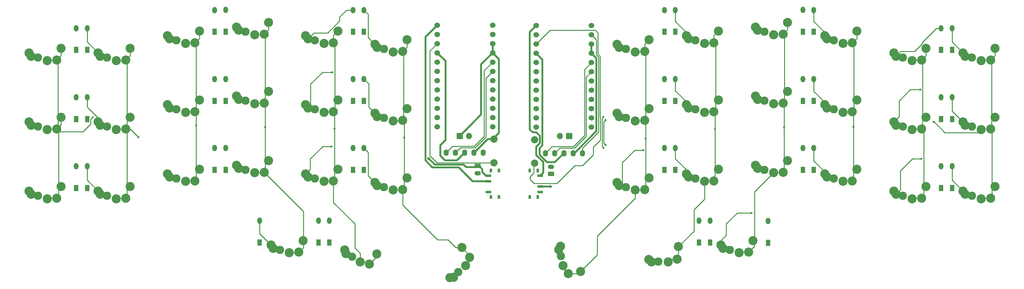
<source format=gtl>
G04 #@! TF.GenerationSoftware,KiCad,Pcbnew,(6.0.10)*
G04 #@! TF.CreationDate,2022-12-31T14:29:49-08:00*
G04 #@! TF.ProjectId,corne-ultralight,636f726e-652d-4756-9c74-72616c696768,2.0*
G04 #@! TF.SameCoordinates,Original*
G04 #@! TF.FileFunction,Copper,L1,Top*
G04 #@! TF.FilePolarity,Positive*
%FSLAX46Y46*%
G04 Gerber Fmt 4.6, Leading zero omitted, Abs format (unit mm)*
G04 Created by KiCad (PCBNEW (6.0.10)) date 2022-12-31 14:29:49*
%MOMM*%
%LPD*%
G01*
G04 APERTURE LIST*
G04 Aperture macros list*
%AMRoundRect*
0 Rectangle with rounded corners*
0 $1 Rounding radius*
0 $2 $3 $4 $5 $6 $7 $8 $9 X,Y pos of 4 corners*
0 Add a 4 corners polygon primitive as box body*
4,1,4,$2,$3,$4,$5,$6,$7,$8,$9,$2,$3,0*
0 Add four circle primitives for the rounded corners*
1,1,$1+$1,$2,$3*
1,1,$1+$1,$4,$5*
1,1,$1+$1,$6,$7*
1,1,$1+$1,$8,$9*
0 Add four rect primitives between the rounded corners*
20,1,$1+$1,$2,$3,$4,$5,0*
20,1,$1+$1,$4,$5,$6,$7,0*
20,1,$1+$1,$6,$7,$8,$9,0*
20,1,$1+$1,$8,$9,$2,$3,0*%
G04 Aperture macros list end*
G04 #@! TA.AperFunction,ComponentPad*
%ADD10C,2.000000*%
G04 #@! TD*
G04 #@! TA.AperFunction,ComponentPad*
%ADD11C,2.500000*%
G04 #@! TD*
G04 #@! TA.AperFunction,ComponentPad*
%ADD12C,2.286000*%
G04 #@! TD*
G04 #@! TA.AperFunction,ComponentPad*
%ADD13C,1.524000*%
G04 #@! TD*
G04 #@! TA.AperFunction,ComponentPad*
%ADD14O,1.397000X1.778000*%
G04 #@! TD*
G04 #@! TA.AperFunction,SMDPad,CuDef*
%ADD15R,0.800000X1.000000*%
G04 #@! TD*
G04 #@! TA.AperFunction,SMDPad,CuDef*
%ADD16R,1.500000X0.700000*%
G04 #@! TD*
G04 #@! TA.AperFunction,ComponentPad*
%ADD17RoundRect,0.250000X0.625000X-0.350000X0.625000X0.350000X-0.625000X0.350000X-0.625000X-0.350000X0*%
G04 #@! TD*
G04 #@! TA.AperFunction,ComponentPad*
%ADD18O,1.750000X1.200000*%
G04 #@! TD*
G04 #@! TA.AperFunction,ComponentPad*
%ADD19R,1.700000X1.700000*%
G04 #@! TD*
G04 #@! TA.AperFunction,ComponentPad*
%ADD20O,1.700000X1.700000*%
G04 #@! TD*
G04 #@! TA.AperFunction,ComponentPad*
%ADD21RoundRect,0.250000X-0.625000X0.350000X-0.625000X-0.350000X0.625000X-0.350000X0.625000X0.350000X0*%
G04 #@! TD*
G04 #@! TA.AperFunction,ComponentPad*
%ADD22R,1.300000X1.778000*%
G04 #@! TD*
G04 #@! TA.AperFunction,ComponentPad*
%ADD23O,1.300000X1.778000*%
G04 #@! TD*
G04 #@! TA.AperFunction,ViaPad*
%ADD24C,0.600000*%
G04 #@! TD*
G04 #@! TA.AperFunction,ViaPad*
%ADD25C,0.800000*%
G04 #@! TD*
G04 #@! TA.AperFunction,Conductor*
%ADD26C,0.250000*%
G04 #@! TD*
G04 #@! TA.AperFunction,Conductor*
%ADD27C,0.254000*%
G04 #@! TD*
G04 #@! TA.AperFunction,Conductor*
%ADD28C,0.508000*%
G04 #@! TD*
G04 #@! TA.AperFunction,Conductor*
%ADD29C,0.500000*%
G04 #@! TD*
G04 APERTURE END LIST*
D10*
X156012500Y-80067432D03*
X156012500Y-73567432D03*
D11*
X278684847Y-51820432D03*
X282494847Y-48460432D03*
X281284847Y-51670432D03*
D12*
X276144847Y-51000432D03*
D11*
X274284847Y-50620432D03*
X273684847Y-49720432D03*
X259684847Y-51820432D03*
X263494847Y-48460432D03*
X262284847Y-51670432D03*
X255284847Y-50620432D03*
X254684847Y-49720432D03*
D12*
X257144847Y-51000432D03*
D11*
X243284847Y-46920432D03*
X244494847Y-43710432D03*
X240684847Y-47070432D03*
X235684847Y-44970432D03*
D12*
X238144847Y-46250432D03*
D11*
X236284847Y-45870432D03*
X225494847Y-41335432D03*
X221684847Y-44695432D03*
X224284847Y-44545432D03*
D12*
X219144847Y-43875432D03*
D11*
X217284847Y-43495432D03*
X216684847Y-42595432D03*
X202684847Y-47070432D03*
X205284847Y-46920432D03*
X206494847Y-43710432D03*
D12*
X200144847Y-46250432D03*
D11*
X198284847Y-45870432D03*
X197684847Y-44970432D03*
X187494847Y-46085432D03*
X183684847Y-49445432D03*
X186284847Y-49295432D03*
D12*
X181144847Y-48625432D03*
D11*
X179284847Y-48245432D03*
X178684847Y-47345432D03*
X278684847Y-70820432D03*
X281284847Y-70670432D03*
X282494847Y-67460432D03*
X274284847Y-69620432D03*
X273684847Y-68720432D03*
D12*
X276144847Y-70000432D03*
D11*
X263494847Y-67460432D03*
X259684847Y-70820432D03*
X262284847Y-70670432D03*
X254684847Y-68720432D03*
X255284847Y-69620432D03*
D12*
X257144847Y-70000432D03*
D11*
X244494847Y-62710432D03*
X240684847Y-66070432D03*
X243284847Y-65920432D03*
X235684847Y-63970432D03*
D12*
X238144847Y-65250432D03*
D11*
X236284847Y-64870432D03*
X221684847Y-63695432D03*
X225494847Y-60335432D03*
X224284847Y-63545432D03*
D12*
X219144847Y-62875432D03*
D11*
X217284847Y-62495432D03*
X216684847Y-61595432D03*
X202684847Y-66070432D03*
X205284847Y-65920432D03*
X206494847Y-62710432D03*
X198284847Y-64870432D03*
X197684847Y-63970432D03*
D12*
X200144847Y-65250432D03*
D11*
X186284847Y-68295432D03*
X187494847Y-65085432D03*
X183684847Y-68445432D03*
D12*
X181144847Y-67625432D03*
D11*
X178684847Y-66345432D03*
X179284847Y-67245432D03*
X282494847Y-86460432D03*
X281284847Y-89670432D03*
X278684847Y-89820432D03*
D12*
X276144847Y-89000432D03*
D11*
X273684847Y-87720432D03*
X274284847Y-88620432D03*
X263494847Y-86460432D03*
X262284847Y-89670432D03*
X259684847Y-89820432D03*
D12*
X257144847Y-89000432D03*
D11*
X254684847Y-87720432D03*
X255284847Y-88620432D03*
X244494847Y-81710432D03*
X240684847Y-85070432D03*
X243284847Y-84920432D03*
X236284847Y-83870432D03*
X235684847Y-82970432D03*
D12*
X238144847Y-84250432D03*
D11*
X225494847Y-79335432D03*
X224284847Y-82545432D03*
X221684847Y-82695432D03*
X216684847Y-80595432D03*
D12*
X219144847Y-81875432D03*
D11*
X217284847Y-81495432D03*
X205284847Y-84920432D03*
X206494847Y-81710432D03*
X202684847Y-85070432D03*
X197684847Y-82970432D03*
X198284847Y-83870432D03*
D12*
X200144847Y-84250432D03*
D11*
X215994847Y-101335432D03*
X214784847Y-104545432D03*
X212184847Y-104695432D03*
X207184847Y-102595432D03*
D12*
X209644847Y-103875432D03*
D11*
X207784847Y-103495432D03*
X195522425Y-103012783D03*
X195184464Y-106426576D03*
X192711879Y-107244394D03*
X188151223Y-107224087D03*
D12*
X190046196Y-107109736D03*
D11*
X187338730Y-106510045D03*
X187494847Y-84085432D03*
X186284847Y-87295432D03*
X183684847Y-87445432D03*
D12*
X181144847Y-86625432D03*
D11*
X178684847Y-85345432D03*
X179284847Y-86245432D03*
D13*
X144503900Y-42082000D03*
X144503900Y-44622000D03*
X144503900Y-47162000D03*
X144503900Y-49702000D03*
X144503900Y-52242000D03*
X144503900Y-54782000D03*
X144503900Y-57322000D03*
X144503900Y-59862000D03*
X144503900Y-62402000D03*
X144503900Y-64942000D03*
X144503900Y-67482000D03*
X144503900Y-70022000D03*
X129283900Y-70022000D03*
X129283900Y-67482000D03*
X129283900Y-64942000D03*
X129283900Y-62402000D03*
X129283900Y-59862000D03*
X129283900Y-57322000D03*
X129283900Y-54782000D03*
X129283900Y-52242000D03*
X129283900Y-49702000D03*
X129283900Y-47162000D03*
X129283900Y-44622000D03*
X129283900Y-42082000D03*
X171674247Y-42208432D03*
X171674247Y-44748432D03*
X171674247Y-47288432D03*
X171674247Y-49828432D03*
X171674247Y-52368432D03*
X171674247Y-54908432D03*
X171674247Y-57448432D03*
X171674247Y-59988432D03*
X171674247Y-62528432D03*
X171674247Y-65068432D03*
X171674247Y-67608432D03*
X171674247Y-70148432D03*
X156454247Y-70148432D03*
X156454247Y-67608432D03*
X156454247Y-65068432D03*
X156454247Y-62528432D03*
X156454247Y-59988432D03*
X156454247Y-57448432D03*
X156454247Y-54908432D03*
X156454247Y-52368432D03*
X156454247Y-49828432D03*
X156454247Y-47288432D03*
X156454247Y-44748432D03*
X156454247Y-42208432D03*
D11*
X117187500Y-49445000D03*
X119787500Y-49295000D03*
X120997500Y-46085000D03*
D12*
X114647500Y-48625000D03*
D11*
X112187500Y-47345000D03*
X112787500Y-48245000D03*
X100787500Y-46920000D03*
X101997500Y-43710000D03*
X98187500Y-47070000D03*
X93187500Y-44970000D03*
X93787500Y-45870000D03*
D12*
X95647500Y-46250000D03*
D11*
X82997500Y-41335000D03*
X81787500Y-44545000D03*
X79187500Y-44695000D03*
X74187500Y-42595000D03*
D12*
X76647500Y-43875000D03*
D11*
X74787500Y-43495000D03*
X60187500Y-47070000D03*
X63997500Y-43710000D03*
X62787500Y-46920000D03*
X55787500Y-45870000D03*
D12*
X57647500Y-46250000D03*
D11*
X55187500Y-44970000D03*
X41187500Y-51820000D03*
X44997500Y-48460000D03*
X43787500Y-51670000D03*
X36787500Y-50620000D03*
X36187500Y-49720000D03*
D12*
X38647500Y-51000000D03*
D11*
X117187500Y-87445000D03*
X119787500Y-87295000D03*
X120997500Y-84085000D03*
D12*
X114647500Y-86625000D03*
D11*
X112187500Y-85345000D03*
X112787500Y-86245000D03*
X136042205Y-103265443D03*
X138217146Y-105918334D03*
X137047050Y-108245000D03*
D12*
X135066909Y-110034705D03*
D11*
X133807819Y-111455512D03*
X132728397Y-111525127D03*
X24787500Y-89670000D03*
X25997500Y-86460000D03*
X22187500Y-89820000D03*
X17787500Y-88620000D03*
D12*
X19647500Y-89000000D03*
D11*
X17187500Y-87720000D03*
X110710698Y-107772003D03*
X112710277Y-104984552D03*
X108160468Y-107243962D03*
X104220977Y-104946048D03*
X103874358Y-103921423D03*
D12*
X105919248Y-105794503D03*
D11*
X88687500Y-104695000D03*
X91287500Y-104545000D03*
X92497500Y-101335000D03*
D12*
X86147500Y-103875000D03*
D11*
X83687500Y-102595000D03*
X84287500Y-103495000D03*
X101997500Y-81710000D03*
X98187500Y-85070000D03*
X100787500Y-84920000D03*
X93787500Y-83870000D03*
D12*
X95647500Y-84250000D03*
D11*
X93187500Y-82970000D03*
X79187500Y-82695000D03*
X82997500Y-79335000D03*
X81787500Y-82545000D03*
X74187500Y-80595000D03*
D12*
X76647500Y-81875000D03*
D11*
X74787500Y-81495000D03*
X60187500Y-85070000D03*
X63997500Y-81710000D03*
X62787500Y-84920000D03*
X55787500Y-83870000D03*
X55187500Y-82970000D03*
D12*
X57647500Y-84250000D03*
D11*
X43787500Y-89670000D03*
X41187500Y-89820000D03*
X44997500Y-86460000D03*
X36787500Y-88620000D03*
D12*
X38647500Y-89000000D03*
D11*
X36187500Y-87720000D03*
X117187500Y-68445000D03*
X120997500Y-65085000D03*
X119787500Y-68295000D03*
X112187500Y-66345000D03*
X112787500Y-67245000D03*
D12*
X114647500Y-67625000D03*
D11*
X98187500Y-66070000D03*
X100787500Y-65920000D03*
X101997500Y-62710000D03*
X93187500Y-63970000D03*
D12*
X95647500Y-65250000D03*
D11*
X93787500Y-64870000D03*
X82997500Y-60335000D03*
X79187500Y-63695000D03*
X81787500Y-63545000D03*
X74187500Y-61595000D03*
X74787500Y-62495000D03*
D12*
X76647500Y-62875000D03*
D11*
X62787500Y-65920000D03*
X60187500Y-66070000D03*
X63997500Y-62710000D03*
X55787500Y-64870000D03*
D12*
X57647500Y-65250000D03*
D11*
X55187500Y-63970000D03*
X41187500Y-70820000D03*
X43787500Y-70670000D03*
X44997500Y-67460000D03*
X36187500Y-68720000D03*
X36787500Y-69620000D03*
D12*
X38647500Y-70000000D03*
D11*
X22187500Y-70820000D03*
X24787500Y-70670000D03*
X25997500Y-67460000D03*
X17787500Y-69620000D03*
X17187500Y-68720000D03*
D12*
X19647500Y-70000000D03*
D11*
X22187500Y-51820000D03*
X25997500Y-48460000D03*
X24787500Y-51670000D03*
D12*
X19647500Y-51000000D03*
D11*
X17787500Y-50620000D03*
X17187500Y-49720000D03*
X163825297Y-108245432D03*
X168640142Y-109864989D03*
X165255201Y-110422098D03*
X162664528Y-103834920D03*
X163143950Y-102865305D03*
D12*
X163265438Y-105635727D03*
D14*
X131758500Y-77168000D03*
X134298500Y-77168000D03*
X136838500Y-77168000D03*
X139378500Y-77168000D03*
X141918500Y-77168000D03*
D10*
X144862500Y-79921000D03*
X144862500Y-73421000D03*
D14*
X158987500Y-77310000D03*
X161527500Y-77310000D03*
X164067500Y-77310000D03*
X166607500Y-77310000D03*
X169147500Y-77310000D03*
D15*
X156912500Y-89395000D03*
X154702500Y-82095000D03*
X154702500Y-89395000D03*
X156912500Y-82095000D03*
D16*
X157562500Y-83495000D03*
X157562500Y-86495000D03*
X157562500Y-87995000D03*
D17*
X160537500Y-83045000D03*
D18*
X160537500Y-81045000D03*
D19*
X165512500Y-72595000D03*
D20*
X162972500Y-72595000D03*
D19*
X135472500Y-72595000D03*
D20*
X138012500Y-72595000D03*
D15*
X144007500Y-82095000D03*
X146217500Y-82095000D03*
X146217500Y-89395000D03*
X144007500Y-89395000D03*
D16*
X143357500Y-87995000D03*
X143357500Y-84995000D03*
X143357500Y-83495000D03*
D21*
X140387500Y-80845000D03*
D18*
X140387500Y-82845000D03*
D22*
X270684847Y-86920432D03*
D23*
X270684847Y-80920432D03*
D22*
X232684847Y-81920432D03*
D23*
X232684847Y-75920432D03*
D22*
X229684847Y-81915432D03*
D23*
X229684847Y-75915432D03*
D22*
X194684847Y-81920432D03*
D23*
X194684847Y-75920432D03*
D22*
X191684847Y-81920432D03*
D23*
X191684847Y-75920432D03*
D22*
X220184847Y-101930432D03*
D23*
X220184847Y-95930432D03*
D22*
X204194847Y-101915432D03*
D23*
X204194847Y-95915432D03*
D22*
X201194847Y-101915432D03*
D23*
X201194847Y-95915432D03*
D22*
X270684847Y-48920432D03*
D23*
X270684847Y-42920432D03*
D22*
X267684847Y-48920432D03*
D23*
X267684847Y-42920432D03*
D22*
X232684847Y-43920432D03*
D23*
X232684847Y-37920432D03*
D22*
X229684847Y-43915432D03*
D23*
X229684847Y-37915432D03*
D22*
X194684847Y-43920432D03*
D23*
X194684847Y-37920432D03*
D22*
X191684847Y-43920432D03*
D23*
X191684847Y-37920432D03*
D22*
X270684847Y-67920432D03*
D23*
X270684847Y-61920432D03*
D22*
X267684847Y-67920432D03*
D23*
X267684847Y-61920432D03*
D22*
X232684847Y-62920432D03*
D23*
X232684847Y-56920432D03*
D22*
X229684847Y-62915432D03*
D23*
X229684847Y-56915432D03*
D22*
X194684847Y-62920432D03*
D23*
X194684847Y-56920432D03*
D22*
X33187500Y-86920000D03*
D23*
X33187500Y-80920000D03*
D22*
X33187500Y-67920000D03*
D23*
X33187500Y-61920000D03*
D22*
X33187500Y-48920000D03*
D23*
X33187500Y-42920000D03*
D22*
X191684847Y-62920432D03*
D23*
X191684847Y-56920432D03*
D22*
X99687500Y-101905000D03*
D23*
X99687500Y-95905000D03*
D22*
X96687500Y-101905000D03*
D23*
X96687500Y-95905000D03*
D22*
X80507500Y-101910000D03*
D23*
X80507500Y-95910000D03*
D22*
X109187500Y-81920000D03*
D23*
X109187500Y-75920000D03*
D22*
X106187500Y-81920000D03*
D23*
X106187500Y-75920000D03*
D22*
X71187500Y-81915000D03*
D23*
X71187500Y-75915000D03*
D22*
X68187500Y-81920000D03*
D23*
X68187500Y-75920000D03*
D22*
X30187500Y-86916875D03*
D23*
X30187500Y-80916875D03*
D22*
X109187500Y-62920000D03*
D23*
X109187500Y-56920000D03*
D22*
X106187500Y-62920000D03*
D23*
X106187500Y-56920000D03*
D22*
X71187500Y-62915000D03*
D23*
X71187500Y-56915000D03*
D22*
X68187500Y-62920000D03*
D23*
X68187500Y-56920000D03*
D22*
X30187500Y-67916875D03*
D23*
X30187500Y-61916875D03*
D22*
X109187500Y-43920000D03*
D23*
X109187500Y-37920000D03*
D22*
X106187500Y-43920000D03*
D23*
X106187500Y-37920000D03*
D22*
X71187500Y-43915000D03*
D23*
X71187500Y-37915000D03*
D22*
X68187500Y-43920000D03*
D23*
X68187500Y-37920000D03*
D22*
X30187500Y-48916875D03*
D23*
X30187500Y-42916875D03*
D22*
X267684847Y-86920432D03*
D23*
X267684847Y-80920432D03*
D24*
X100538000Y-55090000D03*
X100262500Y-75495000D03*
X34697500Y-67410000D03*
X47222500Y-72945000D03*
X63112500Y-69658478D03*
X82062500Y-70112489D03*
X101112500Y-70566500D03*
X120262500Y-73008042D03*
D25*
X126912500Y-78745000D03*
D24*
X261938000Y-59840432D03*
X175514847Y-68200433D03*
X175514847Y-75010432D03*
X262224847Y-78840432D03*
X185934868Y-76465432D03*
X215582932Y-93715432D03*
X174964847Y-67370432D03*
X174894847Y-75770432D03*
X265644847Y-68717442D03*
X243559368Y-70045000D03*
X224562500Y-70195000D03*
X205612500Y-70627954D03*
X186562500Y-73227080D03*
D25*
X160387500Y-86445000D03*
D26*
X33187500Y-46720000D02*
X33187500Y-42920000D01*
X36187500Y-49720000D02*
X33187500Y-46720000D01*
X102462500Y-40960188D02*
X102462500Y-39845000D01*
X99227688Y-44195000D02*
X102462500Y-40960188D01*
X102462500Y-39845000D02*
X104387500Y-37920000D01*
X95462500Y-44195000D02*
X99227688Y-44195000D01*
X93787500Y-45870000D02*
X95462500Y-44195000D01*
X93360500Y-45070000D02*
X94524500Y-46234000D01*
X104387500Y-37920000D02*
X106187500Y-37920000D01*
X93087500Y-45070000D02*
X93360500Y-45070000D01*
X110362500Y-45520000D02*
X110362500Y-39095000D01*
X112187500Y-47345000D02*
X110362500Y-45520000D01*
X110362500Y-39095000D02*
X109187500Y-37920000D01*
X33187500Y-64620000D02*
X33187500Y-61920000D01*
X36187500Y-67620000D02*
X33187500Y-64620000D01*
X36187500Y-68720000D02*
X36187500Y-67620000D01*
D27*
X94534500Y-58317000D02*
X94534500Y-65274000D01*
D26*
X93330500Y-64070000D02*
X94534500Y-65274000D01*
X93087500Y-64070000D02*
X93330500Y-64070000D01*
D27*
X97761500Y-55090000D02*
X100538000Y-55090000D01*
X94534500Y-58317000D02*
X97761500Y-55090000D01*
D26*
X110462079Y-64619579D02*
X110462079Y-58194579D01*
X112187500Y-66345000D02*
X110462079Y-64619579D01*
X110462079Y-58194579D02*
X109187500Y-56920000D01*
X33187500Y-84720000D02*
X33187500Y-80920000D01*
X36187500Y-87720000D02*
X33187500Y-84720000D01*
X97847312Y-75445000D02*
X100212500Y-75445000D01*
X94437499Y-78854813D02*
X97847312Y-75445000D01*
X93187500Y-82970000D02*
X94437499Y-81720001D01*
X94437499Y-81720001D02*
X94437499Y-78854813D01*
X100212500Y-75445000D02*
X100262500Y-75495000D01*
X112187500Y-85345000D02*
X110362500Y-83520000D01*
X110362500Y-77095000D02*
X109187500Y-75920000D01*
X113524500Y-86882000D02*
X112087500Y-85445000D01*
X110362500Y-83520000D02*
X110362500Y-77095000D01*
X83687500Y-102595000D02*
X80507500Y-99415000D01*
X80507500Y-99415000D02*
X80507500Y-95910000D01*
D28*
X138522500Y-69545000D02*
X138522500Y-69535000D01*
D29*
X143211500Y-73421000D02*
X144504500Y-73421000D01*
X139378500Y-77168000D02*
X139464500Y-77168000D01*
D28*
X146214500Y-51412600D02*
X144503900Y-49702000D01*
X141362500Y-52843400D02*
X141362500Y-66695000D01*
D29*
X139464500Y-77168000D02*
X143211500Y-73421000D01*
D28*
X138522500Y-69535000D02*
X141362500Y-66695000D01*
X138522500Y-69545000D02*
X135472500Y-72595000D01*
X144503900Y-49702000D02*
X141362500Y-52843400D01*
X144504500Y-73421000D02*
X146214500Y-71711000D01*
X144503900Y-47162000D02*
X144503900Y-49702000D01*
X146214500Y-71711000D02*
X146214500Y-51412600D01*
X134711500Y-79295000D02*
X136838500Y-77168000D01*
X130548501Y-50918001D02*
X131584500Y-51954000D01*
X131584500Y-72598000D02*
X131584500Y-72648000D01*
X130162500Y-75114000D02*
X131584500Y-73692000D01*
X133862500Y-79295000D02*
X131437500Y-79295000D01*
X131584500Y-51954000D02*
X131584500Y-72598000D01*
X131584500Y-73373000D02*
X131584500Y-73692000D01*
X130162500Y-78020000D02*
X130162500Y-75114000D01*
X131437500Y-79295000D02*
X130162500Y-78020000D01*
X132125500Y-79295000D02*
X133862500Y-79295000D01*
X133862500Y-79295000D02*
X134462500Y-79295000D01*
X131584500Y-72648000D02*
X131584500Y-72923000D01*
X134462500Y-79295000D02*
X134711500Y-79295000D01*
X129283900Y-49702000D02*
X130499901Y-50918001D01*
X131584500Y-72923000D02*
X131584500Y-73373000D01*
X130499901Y-50918001D02*
X130548501Y-50918001D01*
D26*
X25312500Y-89145000D02*
X25312500Y-71195000D01*
X24787500Y-70670000D02*
X25514254Y-71396754D01*
X25162500Y-70295000D02*
X25162500Y-52045000D01*
X25312500Y-71195000D02*
X24787500Y-70670000D01*
X22337500Y-70670000D02*
X22187500Y-70820000D01*
X24787500Y-89670000D02*
X22337500Y-89670000D01*
X25514254Y-71396754D02*
X32053562Y-71396754D01*
X25997500Y-48460000D02*
X25997500Y-50460000D01*
X25162500Y-52045000D02*
X24787500Y-51670000D01*
X25997500Y-50460000D02*
X24787500Y-51670000D01*
X25997500Y-69460000D02*
X24787500Y-70670000D01*
X22337500Y-89670000D02*
X22187500Y-89820000D01*
X34162011Y-69288305D02*
X34162011Y-67945489D01*
X34162011Y-67945489D02*
X34697500Y-67410000D01*
X25997500Y-67460000D02*
X25997500Y-69460000D01*
X24787500Y-70670000D02*
X22337500Y-70670000D01*
X24787500Y-51670000D02*
X22337500Y-51670000D01*
X24787500Y-89670000D02*
X25312500Y-89145000D01*
X22337500Y-51670000D02*
X22187500Y-51820000D01*
X32053562Y-71396754D02*
X34162011Y-69288305D01*
X24787500Y-70670000D02*
X25162500Y-70295000D01*
X44162500Y-71045000D02*
X43787500Y-70670000D01*
X41337500Y-89670000D02*
X41187500Y-89820000D01*
X44112500Y-51995000D02*
X44112500Y-70345000D01*
X44112500Y-70345000D02*
X43787500Y-70670000D01*
X43787500Y-89670000D02*
X41337500Y-89670000D01*
X43787500Y-89670000D02*
X44162500Y-89295000D01*
X43787500Y-70670000D02*
X41337500Y-70670000D01*
X44162500Y-89295000D02*
X44162500Y-71045000D01*
X43637500Y-51820000D02*
X43787500Y-51670000D01*
X44947500Y-70670000D02*
X43787500Y-70670000D01*
X44997500Y-48460000D02*
X44997500Y-50460000D01*
X44997500Y-50460000D02*
X43787500Y-51670000D01*
X43787500Y-51670000D02*
X44112500Y-51995000D01*
X41187500Y-51820000D02*
X43637500Y-51820000D01*
X41337500Y-70670000D02*
X41187500Y-70820000D01*
X47222500Y-72945000D02*
X44947500Y-70670000D01*
X63997500Y-45710000D02*
X62787500Y-46920000D01*
X63062500Y-47195000D02*
X62787500Y-46920000D01*
X62787500Y-46920000D02*
X60337500Y-46920000D01*
X63997500Y-43710000D02*
X63997500Y-45710000D01*
X60337500Y-65920000D02*
X60187500Y-66070000D01*
X63062500Y-65645000D02*
X63062500Y-47195000D01*
X60337500Y-84920000D02*
X60187500Y-85070000D01*
X62787500Y-84920000D02*
X63112500Y-84595000D01*
X62787500Y-65920000D02*
X60337500Y-65920000D01*
X60337500Y-46920000D02*
X60187500Y-47070000D01*
X62787500Y-65920000D02*
X63062500Y-65645000D01*
X62787500Y-84920000D02*
X60337500Y-84920000D01*
X63112500Y-84595000D02*
X63112500Y-66245000D01*
X63112500Y-66245000D02*
X62787500Y-65920000D01*
X79337500Y-82545000D02*
X79187500Y-82695000D01*
X81787500Y-63545000D02*
X79337500Y-63545000D01*
X81787500Y-44545000D02*
X79337500Y-44545000D01*
X88687500Y-104695000D02*
X91137500Y-104695000D01*
X79337500Y-63545000D02*
X79187500Y-63695000D01*
X91137500Y-104695000D02*
X91287500Y-104545000D01*
X82997500Y-41335000D02*
X82997500Y-43335000D01*
X82062500Y-63270000D02*
X82062500Y-44820000D01*
X81787500Y-82545000D02*
X82062500Y-82270000D01*
X81787500Y-82545000D02*
X79337500Y-82545000D01*
X91287500Y-104545000D02*
X92537499Y-103295001D01*
X82062500Y-82270000D02*
X82062500Y-63820000D01*
X82062500Y-44820000D02*
X81787500Y-44545000D01*
X81787500Y-63545000D02*
X82062500Y-63270000D01*
X92537499Y-103295001D02*
X92537499Y-93294999D01*
X92537499Y-93294999D02*
X81787500Y-82545000D01*
X82997500Y-43335000D02*
X81787500Y-44545000D01*
X79337500Y-44545000D02*
X79187500Y-44695000D01*
X82062500Y-63820000D02*
X81787500Y-63545000D01*
X101112500Y-66245000D02*
X100787500Y-65920000D01*
D27*
X106664723Y-96742777D02*
X100787500Y-90865554D01*
D26*
X108160468Y-107243962D02*
X108160468Y-104813522D01*
X108160468Y-107243962D02*
X110182657Y-107243962D01*
X101162500Y-65545000D02*
X101162500Y-47295000D01*
X98337500Y-65920000D02*
X98187500Y-66070000D01*
X100787500Y-65920000D02*
X98337500Y-65920000D01*
X98337500Y-84920000D02*
X98187500Y-85070000D01*
X100787500Y-65920000D02*
X101162500Y-65545000D01*
X112710277Y-105772424D02*
X112710277Y-104984552D01*
X98337500Y-46920000D02*
X98187500Y-47070000D01*
X100787500Y-44920000D02*
X101997500Y-43710000D01*
D27*
X100787500Y-90865554D02*
X100787500Y-84920000D01*
D26*
X110182657Y-107243962D02*
X110710698Y-107772003D01*
X100787500Y-84920000D02*
X98337500Y-84920000D01*
X100787500Y-46920000D02*
X100787500Y-44920000D01*
D27*
X106664723Y-96742777D02*
X106664723Y-98105448D01*
D26*
X100787500Y-46920000D02*
X98337500Y-46920000D01*
X110710698Y-107772003D02*
X112710277Y-105772424D01*
X101162500Y-47295000D02*
X100787500Y-46920000D01*
X106664723Y-103317777D02*
X106664723Y-98105448D01*
X101112500Y-84595000D02*
X101112500Y-66245000D01*
X108160468Y-104813522D02*
X106664723Y-103317777D01*
X100787500Y-84920000D02*
X101112500Y-84595000D01*
X138217146Y-105440384D02*
X138217146Y-105918334D01*
X136042205Y-103265443D02*
X134385943Y-103265443D01*
X132284500Y-101164000D02*
X129416796Y-101164000D01*
X129416796Y-101164000D02*
X119787500Y-91534704D01*
X117337500Y-87295000D02*
X117187500Y-87445000D01*
X120262500Y-84395000D02*
X120262500Y-68770000D01*
X134385943Y-103265443D02*
X132489000Y-101368500D01*
X120262500Y-68770000D02*
X119787500Y-68295000D01*
X132489000Y-101368500D02*
X132284500Y-101164000D01*
X120262500Y-84395000D02*
X120262500Y-86820000D01*
X119787500Y-49295000D02*
X117337500Y-49295000D01*
X119637500Y-68445000D02*
X119787500Y-68295000D01*
X138217146Y-107074904D02*
X137047050Y-108245000D01*
X138217146Y-105918334D02*
X138217146Y-107074904D01*
X119787500Y-68295000D02*
X120062021Y-68020479D01*
X117337500Y-49295000D02*
X117187500Y-49445000D01*
X120997500Y-48085000D02*
X119787500Y-49295000D01*
X120262500Y-86820000D02*
X119787500Y-87295000D01*
X117187500Y-68445000D02*
X119637500Y-68445000D01*
X120062021Y-68020479D02*
X120062021Y-49569521D01*
X119787500Y-87295000D02*
X117337500Y-87295000D01*
X120062021Y-49569521D02*
X119787500Y-49295000D01*
X119787500Y-91534704D02*
X119787500Y-87295000D01*
X120997500Y-46085000D02*
X120997500Y-48085000D01*
X136042205Y-103265443D02*
X138217146Y-105440384D01*
D27*
X129283900Y-47162000D02*
X127278510Y-49167390D01*
X127278510Y-49167390D02*
X127278510Y-78011010D01*
X129188500Y-79921000D02*
X144862500Y-79921000D01*
X127278510Y-78011010D02*
X129188500Y-79921000D01*
X139672557Y-75848011D02*
X135618489Y-75848011D01*
X142638511Y-56647389D02*
X142638510Y-72882058D01*
X144503900Y-54782000D02*
X142638511Y-56647389D01*
X135618489Y-75848011D02*
X134298500Y-77168000D01*
X142638510Y-72882058D02*
X139672557Y-75848011D01*
X142184500Y-54561400D02*
X142184500Y-72694000D01*
X142184500Y-72694000D02*
X139484500Y-75394000D01*
X139484500Y-75394000D02*
X133532500Y-75394000D01*
X144503900Y-52242000D02*
X142184500Y-54561400D01*
X133532500Y-75394000D02*
X131758500Y-77168000D01*
D29*
X136590020Y-80497520D02*
X128665020Y-80497520D01*
X139362500Y-81145000D02*
X137237500Y-81145000D01*
X142662500Y-83495000D02*
X141687500Y-82520000D01*
X139362500Y-81145000D02*
X141112500Y-81145000D01*
X141112500Y-81145000D02*
X141687500Y-81720000D01*
X141687500Y-81720000D02*
X141687500Y-82520000D01*
X137237500Y-81145000D02*
X136590020Y-80497520D01*
X143357500Y-83495000D02*
X142662500Y-83495000D01*
X128665020Y-80497520D02*
X126912500Y-78745000D01*
X135239540Y-81197040D02*
X127962460Y-81197040D01*
X143357500Y-84995000D02*
X139037500Y-84995000D01*
X127962460Y-81197040D02*
X126062989Y-79297569D01*
X126062989Y-45302911D02*
X129283900Y-42082000D01*
X139037500Y-84995000D02*
X138275000Y-84232500D01*
X126062989Y-79297569D02*
X126062989Y-45302911D01*
X138275000Y-84232500D02*
X135239540Y-81197040D01*
D26*
X273684847Y-49720432D02*
X270684847Y-46720432D01*
X270684847Y-46720432D02*
X270684847Y-42920432D01*
X262362500Y-47307967D02*
X262362500Y-46970000D01*
X262362500Y-46970000D02*
X266412068Y-42920432D01*
X255284847Y-50620432D02*
X256560279Y-49345000D01*
X266412068Y-42920432D02*
X267684847Y-42920432D01*
X256560279Y-49345000D02*
X260325467Y-49345000D01*
X260325467Y-49345000D02*
X262362500Y-47307967D01*
X232684847Y-41067347D02*
X232684847Y-37920432D01*
X235684847Y-44067347D02*
X232684847Y-41067347D01*
X235684847Y-44970432D02*
X235684847Y-44067347D01*
X197684847Y-44067347D02*
X194684847Y-41067347D01*
X194684847Y-41067347D02*
X194684847Y-37920432D01*
X197684847Y-44970432D02*
X197684847Y-44067347D01*
X273684847Y-68720432D02*
X270684847Y-65720432D01*
X270684847Y-65720432D02*
X270684847Y-61920432D01*
X254584847Y-68820432D02*
X254724847Y-68820432D01*
D27*
X255744847Y-68940432D02*
X255944847Y-68740432D01*
D26*
X256112500Y-67292779D02*
X256112500Y-62945000D01*
X254684847Y-68720432D02*
X256112500Y-67292779D01*
X254724847Y-68820432D02*
X255944847Y-70040432D01*
D27*
X255744847Y-69062932D02*
X255744847Y-68940432D01*
D26*
X256112500Y-62945000D02*
X259217068Y-59840432D01*
D27*
X255944847Y-68740432D02*
X255944847Y-70040432D01*
D26*
X259217068Y-59840432D02*
X261938000Y-59840432D01*
X232684847Y-60317347D02*
X232684847Y-56920432D01*
X235684847Y-63970432D02*
X235684847Y-63317347D01*
X235684847Y-63317347D02*
X232684847Y-60317347D01*
X197684847Y-63970432D02*
X197684847Y-63117347D01*
X194684847Y-60117347D02*
X194684847Y-56920432D01*
X197684847Y-63117347D02*
X194684847Y-60117347D01*
D27*
X175034847Y-74530432D02*
X175034847Y-68680433D01*
X175514847Y-75010432D02*
X175034847Y-74530432D01*
X175034847Y-68680433D02*
X175514847Y-68200433D01*
D26*
X273684847Y-87720432D02*
X270684847Y-84720432D01*
X270684847Y-84720432D02*
X270684847Y-80920432D01*
X256462500Y-87442779D02*
X256462500Y-82145000D01*
X255284847Y-88620432D02*
X256462500Y-87442779D01*
X259767068Y-78840432D02*
X262224847Y-78840432D01*
X256462500Y-82145000D02*
X259767068Y-78840432D01*
X232684847Y-79417347D02*
X232684847Y-75920432D01*
X235684847Y-82417347D02*
X232684847Y-79417347D01*
X235684847Y-82970432D02*
X235684847Y-82417347D01*
X197684847Y-81817347D02*
X194684847Y-78817347D01*
X197684847Y-82970432D02*
X197684847Y-81817347D01*
X194684847Y-78817347D02*
X194684847Y-75920432D01*
X179284847Y-86245432D02*
X180112500Y-85417779D01*
X180112500Y-79895000D02*
X183542068Y-76465432D01*
X183542068Y-76465432D02*
X185934868Y-76465432D01*
X180112500Y-85417779D02*
X180112500Y-79895000D01*
X208664847Y-96747347D02*
X208664847Y-99865432D01*
X211696762Y-93715432D02*
X215582932Y-93715432D01*
X208664847Y-99865432D02*
X207084847Y-101445432D01*
X208664847Y-96747347D02*
X211696762Y-93715432D01*
X207084847Y-101445432D02*
X207084847Y-102695432D01*
D27*
X174664848Y-67670431D02*
X174964847Y-67370432D01*
X174564848Y-67770431D02*
X174664848Y-67670431D01*
X174564848Y-75440433D02*
X174564848Y-67770431D01*
X174894847Y-75770432D02*
X174564848Y-75440433D01*
X171674247Y-52368432D02*
X169744847Y-54297832D01*
X160831079Y-75466421D02*
X158987500Y-77310000D01*
X169744847Y-54297832D02*
X169744847Y-72440432D01*
X166718858Y-75466421D02*
X161618858Y-75466421D01*
X161618858Y-75466421D02*
X160831079Y-75466421D01*
X169744847Y-72440432D02*
X166718858Y-75466421D01*
X166964847Y-75920432D02*
X164687932Y-75920432D01*
X170198858Y-72686421D02*
X166964847Y-75920432D01*
X171674247Y-54908432D02*
X170198858Y-56383821D01*
X164687932Y-75920432D02*
X162917068Y-75920432D01*
X170198858Y-56383821D02*
X170198858Y-72686421D01*
X162917068Y-75920432D02*
X161527500Y-77310000D01*
X169150000Y-80732500D02*
X172112500Y-77770000D01*
X174014500Y-67307375D02*
X174014500Y-50607776D01*
X173439500Y-50032776D02*
X173439500Y-44205084D01*
X174077846Y-67370721D02*
X174014500Y-67307375D01*
X155899532Y-85632032D02*
X162125468Y-85632032D01*
X174077846Y-68171393D02*
X174077846Y-67370721D01*
X172112500Y-75645000D02*
X174080257Y-73677243D01*
X156374847Y-80067432D02*
X155812500Y-80629779D01*
X172112500Y-77770000D02*
X172112500Y-75645000D01*
X172704847Y-43470432D02*
X160272247Y-43470432D01*
X173439500Y-44205084D02*
X172704847Y-43470432D01*
X160272247Y-43470432D02*
X156454247Y-47288432D01*
X167025000Y-80732500D02*
X169150000Y-80732500D01*
X155812500Y-80629779D02*
X155812500Y-82745000D01*
X155812500Y-82745000D02*
X154762500Y-83795000D01*
X174080257Y-68173804D02*
X174077846Y-68171393D01*
X154762500Y-84495000D02*
X155899532Y-85632032D01*
X174080257Y-73677243D02*
X174080257Y-68173804D01*
X174014500Y-50607776D02*
X173439500Y-50032776D01*
X162125468Y-85632032D02*
X167025000Y-80732500D01*
X154762500Y-83795000D02*
X154762500Y-84495000D01*
D26*
X268697500Y-71660000D02*
X272447500Y-71660000D01*
X278834847Y-89670432D02*
X278684847Y-89820432D01*
X265754942Y-68717442D02*
X268697500Y-71660000D01*
X281562500Y-51948085D02*
X281562500Y-70392779D01*
X265644847Y-68717442D02*
X265754942Y-68717442D01*
X278834847Y-51670432D02*
X278684847Y-51820432D01*
X278834847Y-70670432D02*
X278684847Y-70820432D01*
X281612500Y-89342779D02*
X281612500Y-70998085D01*
X282494847Y-48460432D02*
X282494847Y-50460432D01*
X281612500Y-70998085D02*
X281284847Y-70670432D01*
X281284847Y-89670432D02*
X278834847Y-89670432D01*
X272447500Y-71660000D02*
X277845279Y-71660000D01*
X282494847Y-50460432D02*
X281284847Y-51670432D01*
X281284847Y-89670432D02*
X281612500Y-89342779D01*
X281284847Y-51670432D02*
X281562500Y-51948085D01*
X281562500Y-70392779D02*
X281284847Y-70670432D01*
X277845279Y-71660000D02*
X278684847Y-70820432D01*
X281284847Y-51670432D02*
X278834847Y-51670432D01*
X281284847Y-70670432D02*
X278834847Y-70670432D01*
X262284847Y-89670432D02*
X259834847Y-89670432D01*
X262284847Y-89670432D02*
X262912500Y-89042779D01*
X262912500Y-89042779D02*
X262912500Y-71298085D01*
X262562500Y-51948085D02*
X262284847Y-51670432D01*
X263494847Y-48460432D02*
X263494847Y-50460432D01*
X262284847Y-51670432D02*
X259834847Y-51670432D01*
X259834847Y-70670432D02*
X259684847Y-70820432D01*
X259834847Y-89670432D02*
X259684847Y-89820432D01*
X262912500Y-71298085D02*
X262284847Y-70670432D01*
X262284847Y-70670432D02*
X259834847Y-70670432D01*
X262562500Y-70392779D02*
X262562500Y-51948085D01*
X262284847Y-70670432D02*
X262562500Y-70392779D01*
X259834847Y-51670432D02*
X259684847Y-51820432D01*
X263494847Y-50460432D02*
X262284847Y-51670432D01*
X243284847Y-65920432D02*
X243559368Y-66194953D01*
X244494847Y-43710432D02*
X244494847Y-45710432D01*
X240834847Y-46920432D02*
X240684847Y-47070432D01*
X243559368Y-66194953D02*
X243559368Y-84645911D01*
X243712500Y-65492779D02*
X243712500Y-47348085D01*
X244494847Y-45710432D02*
X243284847Y-46920432D01*
X243284847Y-46920432D02*
X240834847Y-46920432D01*
X243284847Y-65920432D02*
X240834847Y-65920432D01*
X243559368Y-84645911D02*
X243284847Y-84920432D01*
X243284847Y-84920432D02*
X240834847Y-84920432D01*
X243712500Y-47348085D02*
X243284847Y-46920432D01*
X243284847Y-65920432D02*
X243712500Y-65492779D01*
X240834847Y-65920432D02*
X240684847Y-66070432D01*
X240834847Y-84920432D02*
X240684847Y-85070432D01*
X224284847Y-82545432D02*
X224562500Y-82267779D01*
X224662500Y-63167779D02*
X224662500Y-44923085D01*
X224562500Y-82267779D02*
X224562500Y-70195000D01*
X221834847Y-82545432D02*
X221684847Y-82695432D01*
X214784847Y-104545432D02*
X216459426Y-102870853D01*
X216459426Y-87920853D02*
X221684847Y-82695432D01*
X224562500Y-63823085D02*
X224284847Y-63545432D01*
X224284847Y-44545432D02*
X221834847Y-44545432D01*
X224284847Y-82545432D02*
X221834847Y-82545432D01*
X224562500Y-70195000D02*
X224562500Y-63823085D01*
X224284847Y-63545432D02*
X224662500Y-63167779D01*
X225494847Y-43335432D02*
X224284847Y-44545432D01*
X214784847Y-104545432D02*
X212334847Y-104545432D01*
X225494847Y-41335432D02*
X225494847Y-43335432D01*
X221684847Y-63695432D02*
X224134847Y-63695432D01*
X216459426Y-102870853D02*
X216459426Y-87920853D01*
X224662500Y-44923085D02*
X224284847Y-44545432D01*
X221834847Y-44545432D02*
X221684847Y-44695432D01*
X212334847Y-104545432D02*
X212184847Y-104695432D01*
X224134847Y-63695432D02*
X224284847Y-63545432D01*
X202834847Y-65920432D02*
X202684847Y-66070432D01*
X195184464Y-106426576D02*
X193529697Y-106426576D01*
X205612500Y-84592779D02*
X205612500Y-66248085D01*
X205712500Y-65492779D02*
X205712500Y-47348085D01*
X199812500Y-92795000D02*
X202684847Y-89922653D01*
X193529697Y-106426576D02*
X192711879Y-107244394D01*
X205284847Y-46920432D02*
X205284847Y-44920432D01*
X205284847Y-84920432D02*
X202834847Y-84920432D01*
X195522425Y-103012783D02*
X195522425Y-106088615D01*
X205712500Y-47348085D02*
X205284847Y-46920432D01*
X205284847Y-65920432D02*
X202834847Y-65920432D01*
X202834847Y-84920432D02*
X202684847Y-85070432D01*
X202684847Y-89922653D02*
X202684847Y-85070432D01*
X205284847Y-46920432D02*
X202834847Y-46920432D01*
X205284847Y-84920432D02*
X205612500Y-84592779D01*
X199812500Y-98722708D02*
X199812500Y-92795000D01*
X195522425Y-106088615D02*
X195184464Y-106426576D01*
X202834847Y-46920432D02*
X202684847Y-47070432D01*
X205284847Y-65920432D02*
X205712500Y-65492779D01*
X205284847Y-44920432D02*
X206494847Y-43710432D01*
X205612500Y-66248085D02*
X205284847Y-65920432D01*
X195522425Y-103012783D02*
X199812500Y-98722708D01*
X186284847Y-47295432D02*
X187494847Y-46085432D01*
X183684847Y-89672653D02*
X183684847Y-87445432D01*
X186134847Y-68445432D02*
X186284847Y-68295432D01*
X186562500Y-49573085D02*
X186284847Y-49295432D01*
X183684847Y-68445432D02*
X186134847Y-68445432D01*
X168083033Y-110422098D02*
X168640142Y-109864989D01*
X163825297Y-108992194D02*
X163825297Y-108245432D01*
X165255201Y-110422098D02*
X163825297Y-108992194D01*
X186562500Y-68017779D02*
X186562500Y-49573085D01*
X186284847Y-49295432D02*
X186284847Y-47295432D01*
X173251390Y-104156110D02*
X173251390Y-100106110D01*
X186284847Y-68295432D02*
X186562500Y-68017779D01*
X186284847Y-87295432D02*
X186559368Y-87020911D01*
D27*
X186549148Y-73240432D02*
X186562500Y-73227080D01*
D26*
X186559368Y-68569953D02*
X186284847Y-68295432D01*
X173251390Y-105253741D02*
X173251390Y-104156110D01*
X168640142Y-109864989D02*
X173251390Y-105253741D01*
X165255201Y-110422098D02*
X168083033Y-110422098D01*
X183684847Y-87445432D02*
X186134847Y-87445432D01*
X186284847Y-49295432D02*
X183834847Y-49295432D01*
X173251390Y-100106110D02*
X183684847Y-89672653D01*
X186559368Y-87020911D02*
X186559368Y-68569953D01*
X183834847Y-49295432D02*
X183684847Y-49445432D01*
X186134847Y-87445432D02*
X186284847Y-87295432D01*
D29*
X164067500Y-77310000D02*
X161581110Y-79796390D01*
X157387500Y-77727466D02*
X157387500Y-75970000D01*
X157387500Y-75970000D02*
X158194847Y-75162653D01*
X158194847Y-51569032D02*
X156454247Y-49828432D01*
X161581110Y-79796390D02*
X159456424Y-79796390D01*
X158194847Y-75162653D02*
X158194847Y-51569032D01*
X159456424Y-79796390D02*
X157387500Y-77727466D01*
X171674247Y-47288432D02*
X171674247Y-49828432D01*
X172987500Y-51141686D02*
X171674247Y-49828432D01*
X172987500Y-71270000D02*
X172987500Y-51141686D01*
X166947500Y-77310000D02*
X172987500Y-71270000D01*
X166607500Y-77310000D02*
X166947500Y-77310000D01*
D26*
X173562500Y-50795000D02*
X172987500Y-50220000D01*
X172987500Y-50220000D02*
X172987500Y-46061684D01*
X173562500Y-71508172D02*
X173562500Y-50795000D01*
X169147500Y-77310000D02*
X169147500Y-75923172D01*
X172987500Y-46061684D02*
X171674247Y-44748432D01*
X169147500Y-75923172D02*
X173562500Y-71508172D01*
D29*
X157494847Y-72552347D02*
X156537500Y-71595000D01*
X155512500Y-71595000D02*
X154712500Y-70795000D01*
X156489132Y-75543368D02*
X157494847Y-74537653D01*
X156537500Y-71595000D02*
X155512500Y-71595000D01*
X154712500Y-70795000D02*
X154712500Y-43950179D01*
X158412500Y-82645000D02*
X158412500Y-79741735D01*
X154712500Y-43950179D02*
X156454247Y-42208432D01*
X157494847Y-74537653D02*
X157494847Y-72552347D01*
X158412500Y-79741735D02*
X156489132Y-77818368D01*
X157562500Y-83495000D02*
X158412500Y-82645000D01*
X156489132Y-77818368D02*
X156489132Y-75543368D01*
X160337500Y-86495000D02*
X157562500Y-86495000D01*
X160387500Y-86445000D02*
X160337500Y-86495000D01*
M02*

</source>
